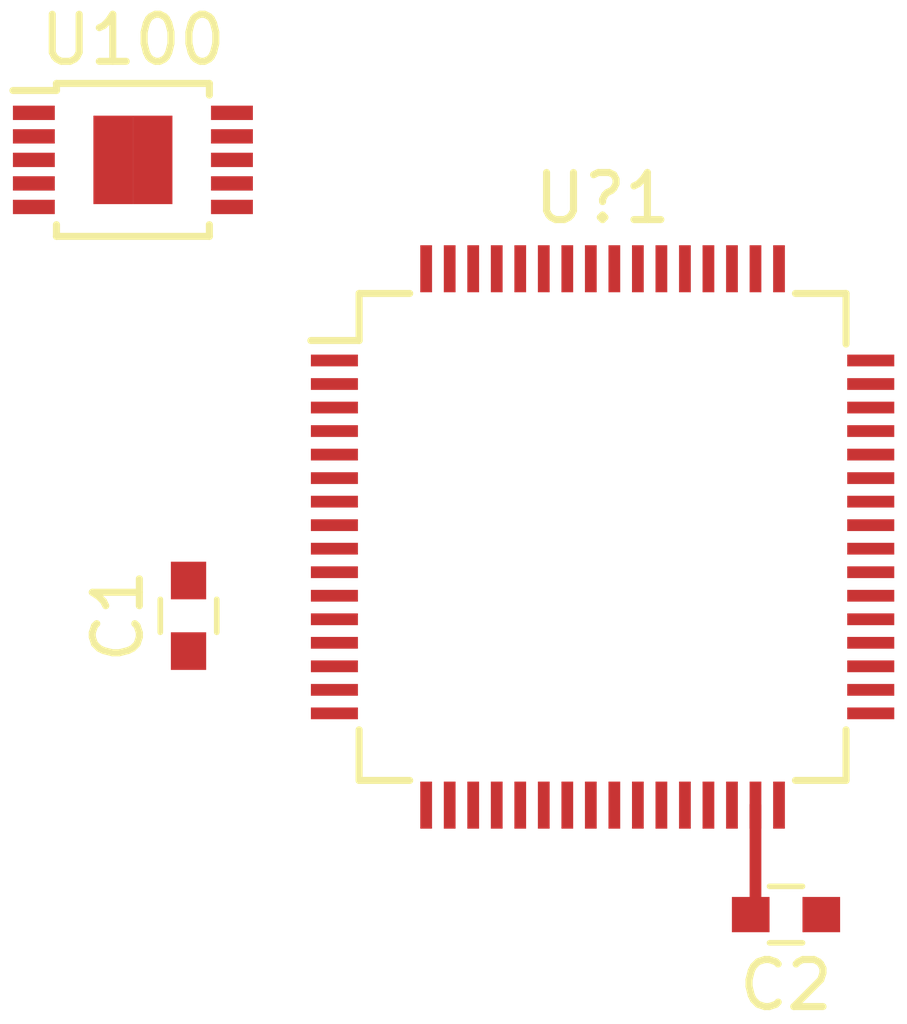
<source format=kicad_pcb>
(kicad_pcb (version 4) (host pcbnew 4.0.7)

  (general
    (links 18)
    (no_connects 10)
    (area 0 0 0 0)
    (thickness 1.6)
    (drawings 0)
    (tracks 2)
    (zones 0)
    (modules 4)
    (nets 65)
  )

  (page A4)
  (layers
    (0 F.Cu signal)
    (31 B.Cu signal)
    (32 B.Adhes user)
    (33 F.Adhes user)
    (34 B.Paste user)
    (35 F.Paste user)
    (36 B.SilkS user)
    (37 F.SilkS user)
    (38 B.Mask user)
    (39 F.Mask user)
    (40 Dwgs.User user)
    (41 Cmts.User user)
    (42 Eco1.User user)
    (43 Eco2.User user)
    (44 Edge.Cuts user)
    (45 Margin user)
    (46 B.CrtYd user)
    (47 F.CrtYd user)
    (48 B.Fab user)
    (49 F.Fab user)
  )

  (setup
    (last_trace_width 0.25)
    (trace_clearance 0.2)
    (zone_clearance 0.127)
    (zone_45_only no)
    (trace_min 0.2)
    (segment_width 0.2)
    (edge_width 0.15)
    (via_size 0.6)
    (via_drill 0.4)
    (via_min_size 0.4)
    (via_min_drill 0.3)
    (uvia_size 0.3)
    (uvia_drill 0.1)
    (uvias_allowed no)
    (uvia_min_size 0.2)
    (uvia_min_drill 0.1)
    (pcb_text_width 0.3)
    (pcb_text_size 1.5 1.5)
    (mod_edge_width 0.15)
    (mod_text_size 1 1)
    (mod_text_width 0.15)
    (pad_size 1.524 1.524)
    (pad_drill 0.762)
    (pad_to_mask_clearance 0.2)
    (aux_axis_origin 0 0)
    (visible_elements 7FFFFFFF)
    (pcbplotparams
      (layerselection 0x00030_80000001)
      (usegerberextensions false)
      (excludeedgelayer true)
      (linewidth 0.100000)
      (plotframeref false)
      (viasonmask false)
      (mode 1)
      (useauxorigin false)
      (hpglpennumber 1)
      (hpglpenspeed 20)
      (hpglpendiameter 15)
      (hpglpenoverlay 2)
      (psnegative false)
      (psa4output false)
      (plotreference true)
      (plotvalue true)
      (plotinvisibletext false)
      (padsonsilk false)
      (subtractmaskfromsilk false)
      (outputformat 1)
      (mirror false)
      (drillshape 1)
      (scaleselection 1)
      (outputdirectory ""))
  )

  (net 0 "")
  (net 1 +3V3)
  (net 2 "Net-(U?1-Pad2)")
  (net 3 "Net-(U?1-Pad3)")
  (net 4 "Net-(U?1-Pad4)")
  (net 5 "Net-(U?1-Pad5)")
  (net 6 "Net-(U?1-Pad6)")
  (net 7 "Net-(U?1-Pad7)")
  (net 8 "Net-(U?1-Pad8)")
  (net 9 "Net-(U?1-Pad9)")
  (net 10 "Net-(U?1-Pad10)")
  (net 11 "Net-(U?1-Pad11)")
  (net 12 GND)
  (net 13 "Net-(U?1-Pad14)")
  (net 14 "Net-(U?1-Pad15)")
  (net 15 "Net-(U?1-Pad16)")
  (net 16 "Net-(U?1-Pad17)")
  (net 17 "Net-(U?1-Pad20)")
  (net 18 "Net-(U?1-Pad21)")
  (net 19 "Net-(U?1-Pad22)")
  (net 20 "Net-(U?1-Pad23)")
  (net 21 "Net-(U?1-Pad24)")
  (net 22 "Net-(U?1-Pad25)")
  (net 23 "Net-(U?1-Pad26)")
  (net 24 "Net-(U?1-Pad27)")
  (net 25 "Net-(U?1-Pad28)")
  (net 26 "Net-(U?1-Pad29)")
  (net 27 "Net-(U?1-Pad30)")
  (net 28 "Net-(U?1-Pad33)")
  (net 29 "Net-(U?1-Pad34)")
  (net 30 "Net-(U?1-Pad35)")
  (net 31 "Net-(U?1-Pad36)")
  (net 32 "Net-(U?1-Pad37)")
  (net 33 "Net-(U?1-Pad38)")
  (net 34 "Net-(U?1-Pad39)")
  (net 35 "Net-(U?1-Pad40)")
  (net 36 "Net-(U?1-Pad41)")
  (net 37 "Net-(U?1-Pad42)")
  (net 38 "Net-(U?1-Pad43)")
  (net 39 "Net-(U?1-Pad44)")
  (net 40 "Net-(U?1-Pad45)")
  (net 41 "Net-(U?1-Pad46)")
  (net 42 "Net-(U?1-Pad49)")
  (net 43 "Net-(U?1-Pad50)")
  (net 44 "Net-(U?1-Pad51)")
  (net 45 "Net-(U?1-Pad52)")
  (net 46 "Net-(U?1-Pad53)")
  (net 47 "Net-(U?1-Pad54)")
  (net 48 "Net-(U?1-Pad55)")
  (net 49 "Net-(U?1-Pad56)")
  (net 50 "Net-(U?1-Pad57)")
  (net 51 "Net-(U?1-Pad58)")
  (net 52 "Net-(U?1-Pad59)")
  (net 53 "Net-(U?1-Pad60)")
  (net 54 "Net-(U?1-Pad61)")
  (net 55 "Net-(U?1-Pad62)")
  (net 56 "Net-(C103-Pad2)")
  (net 57 "Net-(C103-Pad1)")
  (net 58 "Net-(C101-Pad1)")
  (net 59 "Net-(R100-Pad1)")
  (net 60 "Net-(U100-Pad5)")
  (net 61 "Net-(C104-Pad2)")
  (net 62 "Net-(C102-Pad1)")
  (net 63 /power_supply/P_GOOD)
  (net 64 /power_supply/Vin)

  (net_class Default "This is the default net class."
    (clearance 0.2)
    (trace_width 0.25)
    (via_dia 0.6)
    (via_drill 0.4)
    (uvia_dia 0.3)
    (uvia_drill 0.1)
    (add_net +3V3)
    (add_net /power_supply/P_GOOD)
    (add_net /power_supply/Vin)
    (add_net GND)
    (add_net "Net-(C101-Pad1)")
    (add_net "Net-(C102-Pad1)")
    (add_net "Net-(C103-Pad1)")
    (add_net "Net-(C103-Pad2)")
    (add_net "Net-(C104-Pad2)")
    (add_net "Net-(R100-Pad1)")
    (add_net "Net-(U100-Pad5)")
    (add_net "Net-(U?1-Pad10)")
    (add_net "Net-(U?1-Pad11)")
    (add_net "Net-(U?1-Pad14)")
    (add_net "Net-(U?1-Pad15)")
    (add_net "Net-(U?1-Pad16)")
    (add_net "Net-(U?1-Pad17)")
    (add_net "Net-(U?1-Pad2)")
    (add_net "Net-(U?1-Pad20)")
    (add_net "Net-(U?1-Pad21)")
    (add_net "Net-(U?1-Pad22)")
    (add_net "Net-(U?1-Pad23)")
    (add_net "Net-(U?1-Pad24)")
    (add_net "Net-(U?1-Pad25)")
    (add_net "Net-(U?1-Pad26)")
    (add_net "Net-(U?1-Pad27)")
    (add_net "Net-(U?1-Pad28)")
    (add_net "Net-(U?1-Pad29)")
    (add_net "Net-(U?1-Pad3)")
    (add_net "Net-(U?1-Pad30)")
    (add_net "Net-(U?1-Pad33)")
    (add_net "Net-(U?1-Pad34)")
    (add_net "Net-(U?1-Pad35)")
    (add_net "Net-(U?1-Pad36)")
    (add_net "Net-(U?1-Pad37)")
    (add_net "Net-(U?1-Pad38)")
    (add_net "Net-(U?1-Pad39)")
    (add_net "Net-(U?1-Pad4)")
    (add_net "Net-(U?1-Pad40)")
    (add_net "Net-(U?1-Pad41)")
    (add_net "Net-(U?1-Pad42)")
    (add_net "Net-(U?1-Pad43)")
    (add_net "Net-(U?1-Pad44)")
    (add_net "Net-(U?1-Pad45)")
    (add_net "Net-(U?1-Pad46)")
    (add_net "Net-(U?1-Pad49)")
    (add_net "Net-(U?1-Pad5)")
    (add_net "Net-(U?1-Pad50)")
    (add_net "Net-(U?1-Pad51)")
    (add_net "Net-(U?1-Pad52)")
    (add_net "Net-(U?1-Pad53)")
    (add_net "Net-(U?1-Pad54)")
    (add_net "Net-(U?1-Pad55)")
    (add_net "Net-(U?1-Pad56)")
    (add_net "Net-(U?1-Pad57)")
    (add_net "Net-(U?1-Pad58)")
    (add_net "Net-(U?1-Pad59)")
    (add_net "Net-(U?1-Pad6)")
    (add_net "Net-(U?1-Pad60)")
    (add_net "Net-(U?1-Pad61)")
    (add_net "Net-(U?1-Pad62)")
    (add_net "Net-(U?1-Pad7)")
    (add_net "Net-(U?1-Pad8)")
    (add_net "Net-(U?1-Pad9)")
  )

  (module Housings_QFP:LQFP-64_10x10mm_Pitch0.5mm (layer F.Cu) (tedit 58CC9A47) (tstamp 5B2EA695)
    (at 148.5011 105.0036)
    (descr "64 LEAD LQFP 10x10mm (see MICREL LQFP10x10-64LD-PL-1.pdf)")
    (tags "QFP 0.5")
    (path /5B2EA425)
    (attr smd)
    (fp_text reference U?1 (at 0 -7.2) (layer F.SilkS)
      (effects (font (size 1 1) (thickness 0.15)))
    )
    (fp_text value STM32F107xx (at 0 7.2) (layer F.Fab)
      (effects (font (size 1 1) (thickness 0.15)))
    )
    (fp_text user %R (at 0 0) (layer F.Fab)
      (effects (font (size 1 1) (thickness 0.15)))
    )
    (fp_line (start -4 -5) (end 5 -5) (layer F.Fab) (width 0.15))
    (fp_line (start 5 -5) (end 5 5) (layer F.Fab) (width 0.15))
    (fp_line (start 5 5) (end -5 5) (layer F.Fab) (width 0.15))
    (fp_line (start -5 5) (end -5 -4) (layer F.Fab) (width 0.15))
    (fp_line (start -5 -4) (end -4 -5) (layer F.Fab) (width 0.15))
    (fp_line (start -6.45 -6.45) (end -6.45 6.45) (layer F.CrtYd) (width 0.05))
    (fp_line (start 6.45 -6.45) (end 6.45 6.45) (layer F.CrtYd) (width 0.05))
    (fp_line (start -6.45 -6.45) (end 6.45 -6.45) (layer F.CrtYd) (width 0.05))
    (fp_line (start -6.45 6.45) (end 6.45 6.45) (layer F.CrtYd) (width 0.05))
    (fp_line (start -5.175 -5.175) (end -5.175 -4.175) (layer F.SilkS) (width 0.15))
    (fp_line (start 5.175 -5.175) (end 5.175 -4.1) (layer F.SilkS) (width 0.15))
    (fp_line (start 5.175 5.175) (end 5.175 4.1) (layer F.SilkS) (width 0.15))
    (fp_line (start -5.175 5.175) (end -5.175 4.1) (layer F.SilkS) (width 0.15))
    (fp_line (start -5.175 -5.175) (end -4.1 -5.175) (layer F.SilkS) (width 0.15))
    (fp_line (start -5.175 5.175) (end -4.1 5.175) (layer F.SilkS) (width 0.15))
    (fp_line (start 5.175 5.175) (end 4.1 5.175) (layer F.SilkS) (width 0.15))
    (fp_line (start 5.175 -5.175) (end 4.1 -5.175) (layer F.SilkS) (width 0.15))
    (fp_line (start -5.175 -4.175) (end -6.2 -4.175) (layer F.SilkS) (width 0.15))
    (pad 1 smd rect (at -5.7 -3.75) (size 1 0.25) (layers F.Cu F.Paste F.Mask)
      (net 1 +3V3))
    (pad 2 smd rect (at -5.7 -3.25) (size 1 0.25) (layers F.Cu F.Paste F.Mask)
      (net 2 "Net-(U?1-Pad2)"))
    (pad 3 smd rect (at -5.7 -2.75) (size 1 0.25) (layers F.Cu F.Paste F.Mask)
      (net 3 "Net-(U?1-Pad3)"))
    (pad 4 smd rect (at -5.7 -2.25) (size 1 0.25) (layers F.Cu F.Paste F.Mask)
      (net 4 "Net-(U?1-Pad4)"))
    (pad 5 smd rect (at -5.7 -1.75) (size 1 0.25) (layers F.Cu F.Paste F.Mask)
      (net 5 "Net-(U?1-Pad5)"))
    (pad 6 smd rect (at -5.7 -1.25) (size 1 0.25) (layers F.Cu F.Paste F.Mask)
      (net 6 "Net-(U?1-Pad6)"))
    (pad 7 smd rect (at -5.7 -0.75) (size 1 0.25) (layers F.Cu F.Paste F.Mask)
      (net 7 "Net-(U?1-Pad7)"))
    (pad 8 smd rect (at -5.7 -0.25) (size 1 0.25) (layers F.Cu F.Paste F.Mask)
      (net 8 "Net-(U?1-Pad8)"))
    (pad 9 smd rect (at -5.7 0.25) (size 1 0.25) (layers F.Cu F.Paste F.Mask)
      (net 9 "Net-(U?1-Pad9)"))
    (pad 10 smd rect (at -5.7 0.75) (size 1 0.25) (layers F.Cu F.Paste F.Mask)
      (net 10 "Net-(U?1-Pad10)"))
    (pad 11 smd rect (at -5.7 1.25) (size 1 0.25) (layers F.Cu F.Paste F.Mask)
      (net 11 "Net-(U?1-Pad11)"))
    (pad 12 smd rect (at -5.7 1.75) (size 1 0.25) (layers F.Cu F.Paste F.Mask)
      (net 12 GND))
    (pad 13 smd rect (at -5.7 2.25) (size 1 0.25) (layers F.Cu F.Paste F.Mask)
      (net 1 +3V3))
    (pad 14 smd rect (at -5.7 2.75) (size 1 0.25) (layers F.Cu F.Paste F.Mask)
      (net 13 "Net-(U?1-Pad14)"))
    (pad 15 smd rect (at -5.7 3.25) (size 1 0.25) (layers F.Cu F.Paste F.Mask)
      (net 14 "Net-(U?1-Pad15)"))
    (pad 16 smd rect (at -5.7 3.75) (size 1 0.25) (layers F.Cu F.Paste F.Mask)
      (net 15 "Net-(U?1-Pad16)"))
    (pad 17 smd rect (at -3.75 5.7 90) (size 1 0.25) (layers F.Cu F.Paste F.Mask)
      (net 16 "Net-(U?1-Pad17)"))
    (pad 18 smd rect (at -3.25 5.7 90) (size 1 0.25) (layers F.Cu F.Paste F.Mask)
      (net 12 GND))
    (pad 19 smd rect (at -2.75 5.7 90) (size 1 0.25) (layers F.Cu F.Paste F.Mask)
      (net 1 +3V3))
    (pad 20 smd rect (at -2.25 5.7 90) (size 1 0.25) (layers F.Cu F.Paste F.Mask)
      (net 17 "Net-(U?1-Pad20)"))
    (pad 21 smd rect (at -1.75 5.7 90) (size 1 0.25) (layers F.Cu F.Paste F.Mask)
      (net 18 "Net-(U?1-Pad21)"))
    (pad 22 smd rect (at -1.25 5.7 90) (size 1 0.25) (layers F.Cu F.Paste F.Mask)
      (net 19 "Net-(U?1-Pad22)"))
    (pad 23 smd rect (at -0.75 5.7 90) (size 1 0.25) (layers F.Cu F.Paste F.Mask)
      (net 20 "Net-(U?1-Pad23)"))
    (pad 24 smd rect (at -0.25 5.7 90) (size 1 0.25) (layers F.Cu F.Paste F.Mask)
      (net 21 "Net-(U?1-Pad24)"))
    (pad 25 smd rect (at 0.25 5.7 90) (size 1 0.25) (layers F.Cu F.Paste F.Mask)
      (net 22 "Net-(U?1-Pad25)"))
    (pad 26 smd rect (at 0.75 5.7 90) (size 1 0.25) (layers F.Cu F.Paste F.Mask)
      (net 23 "Net-(U?1-Pad26)"))
    (pad 27 smd rect (at 1.25 5.7 90) (size 1 0.25) (layers F.Cu F.Paste F.Mask)
      (net 24 "Net-(U?1-Pad27)"))
    (pad 28 smd rect (at 1.75 5.7 90) (size 1 0.25) (layers F.Cu F.Paste F.Mask)
      (net 25 "Net-(U?1-Pad28)"))
    (pad 29 smd rect (at 2.25 5.7 90) (size 1 0.25) (layers F.Cu F.Paste F.Mask)
      (net 26 "Net-(U?1-Pad29)"))
    (pad 30 smd rect (at 2.75 5.7 90) (size 1 0.25) (layers F.Cu F.Paste F.Mask)
      (net 27 "Net-(U?1-Pad30)"))
    (pad 31 smd rect (at 3.25 5.7 90) (size 1 0.25) (layers F.Cu F.Paste F.Mask)
      (net 12 GND))
    (pad 32 smd rect (at 3.75 5.7 90) (size 1 0.25) (layers F.Cu F.Paste F.Mask)
      (net 1 +3V3))
    (pad 33 smd rect (at 5.7 3.75) (size 1 0.25) (layers F.Cu F.Paste F.Mask)
      (net 28 "Net-(U?1-Pad33)"))
    (pad 34 smd rect (at 5.7 3.25) (size 1 0.25) (layers F.Cu F.Paste F.Mask)
      (net 29 "Net-(U?1-Pad34)"))
    (pad 35 smd rect (at 5.7 2.75) (size 1 0.25) (layers F.Cu F.Paste F.Mask)
      (net 30 "Net-(U?1-Pad35)"))
    (pad 36 smd rect (at 5.7 2.25) (size 1 0.25) (layers F.Cu F.Paste F.Mask)
      (net 31 "Net-(U?1-Pad36)"))
    (pad 37 smd rect (at 5.7 1.75) (size 1 0.25) (layers F.Cu F.Paste F.Mask)
      (net 32 "Net-(U?1-Pad37)"))
    (pad 38 smd rect (at 5.7 1.25) (size 1 0.25) (layers F.Cu F.Paste F.Mask)
      (net 33 "Net-(U?1-Pad38)"))
    (pad 39 smd rect (at 5.7 0.75) (size 1 0.25) (layers F.Cu F.Paste F.Mask)
      (net 34 "Net-(U?1-Pad39)"))
    (pad 40 smd rect (at 5.7 0.25) (size 1 0.25) (layers F.Cu F.Paste F.Mask)
      (net 35 "Net-(U?1-Pad40)"))
    (pad 41 smd rect (at 5.7 -0.25) (size 1 0.25) (layers F.Cu F.Paste F.Mask)
      (net 36 "Net-(U?1-Pad41)"))
    (pad 42 smd rect (at 5.7 -0.75) (size 1 0.25) (layers F.Cu F.Paste F.Mask)
      (net 37 "Net-(U?1-Pad42)"))
    (pad 43 smd rect (at 5.7 -1.25) (size 1 0.25) (layers F.Cu F.Paste F.Mask)
      (net 38 "Net-(U?1-Pad43)"))
    (pad 44 smd rect (at 5.7 -1.75) (size 1 0.25) (layers F.Cu F.Paste F.Mask)
      (net 39 "Net-(U?1-Pad44)"))
    (pad 45 smd rect (at 5.7 -2.25) (size 1 0.25) (layers F.Cu F.Paste F.Mask)
      (net 40 "Net-(U?1-Pad45)"))
    (pad 46 smd rect (at 5.7 -2.75) (size 1 0.25) (layers F.Cu F.Paste F.Mask)
      (net 41 "Net-(U?1-Pad46)"))
    (pad 47 smd rect (at 5.7 -3.25) (size 1 0.25) (layers F.Cu F.Paste F.Mask)
      (net 12 GND))
    (pad 48 smd rect (at 5.7 -3.75) (size 1 0.25) (layers F.Cu F.Paste F.Mask)
      (net 1 +3V3))
    (pad 49 smd rect (at 3.75 -5.7 90) (size 1 0.25) (layers F.Cu F.Paste F.Mask)
      (net 42 "Net-(U?1-Pad49)"))
    (pad 50 smd rect (at 3.25 -5.7 90) (size 1 0.25) (layers F.Cu F.Paste F.Mask)
      (net 43 "Net-(U?1-Pad50)"))
    (pad 51 smd rect (at 2.75 -5.7 90) (size 1 0.25) (layers F.Cu F.Paste F.Mask)
      (net 44 "Net-(U?1-Pad51)"))
    (pad 52 smd rect (at 2.25 -5.7 90) (size 1 0.25) (layers F.Cu F.Paste F.Mask)
      (net 45 "Net-(U?1-Pad52)"))
    (pad 53 smd rect (at 1.75 -5.7 90) (size 1 0.25) (layers F.Cu F.Paste F.Mask)
      (net 46 "Net-(U?1-Pad53)"))
    (pad 54 smd rect (at 1.25 -5.7 90) (size 1 0.25) (layers F.Cu F.Paste F.Mask)
      (net 47 "Net-(U?1-Pad54)"))
    (pad 55 smd rect (at 0.75 -5.7 90) (size 1 0.25) (layers F.Cu F.Paste F.Mask)
      (net 48 "Net-(U?1-Pad55)"))
    (pad 56 smd rect (at 0.25 -5.7 90) (size 1 0.25) (layers F.Cu F.Paste F.Mask)
      (net 49 "Net-(U?1-Pad56)"))
    (pad 57 smd rect (at -0.25 -5.7 90) (size 1 0.25) (layers F.Cu F.Paste F.Mask)
      (net 50 "Net-(U?1-Pad57)"))
    (pad 58 smd rect (at -0.75 -5.7 90) (size 1 0.25) (layers F.Cu F.Paste F.Mask)
      (net 51 "Net-(U?1-Pad58)"))
    (pad 59 smd rect (at -1.25 -5.7 90) (size 1 0.25) (layers F.Cu F.Paste F.Mask)
      (net 52 "Net-(U?1-Pad59)"))
    (pad 60 smd rect (at -1.75 -5.7 90) (size 1 0.25) (layers F.Cu F.Paste F.Mask)
      (net 53 "Net-(U?1-Pad60)"))
    (pad 61 smd rect (at -2.25 -5.7 90) (size 1 0.25) (layers F.Cu F.Paste F.Mask)
      (net 54 "Net-(U?1-Pad61)"))
    (pad 62 smd rect (at -2.75 -5.7 90) (size 1 0.25) (layers F.Cu F.Paste F.Mask)
      (net 55 "Net-(U?1-Pad62)"))
    (pad 63 smd rect (at -3.25 -5.7 90) (size 1 0.25) (layers F.Cu F.Paste F.Mask)
      (net 12 GND))
    (pad 64 smd rect (at -3.75 -5.7 90) (size 1 0.25) (layers F.Cu F.Paste F.Mask)
      (net 1 +3V3))
    (model ${KISYS3DMOD}/Housings_QFP.3dshapes/LQFP-64_10x10mm_Pitch0.5mm.wrl
      (at (xyz 0 0 0))
      (scale (xyz 1 1 1))
      (rotate (xyz 0 0 0))
    )
  )

  (module Capacitors_SMD:C_0603 (layer F.Cu) (tedit 59958EE7) (tstamp 5B2EA6B7)
    (at 139.7 106.68 90)
    (descr "Capacitor SMD 0603, reflow soldering, AVX (see smccp.pdf)")
    (tags "capacitor 0603")
    (path /5B2EA655)
    (attr smd)
    (fp_text reference C1 (at 0 -1.5 90) (layer F.SilkS)
      (effects (font (size 1 1) (thickness 0.15)))
    )
    (fp_text value C (at 0 1.5 90) (layer F.Fab)
      (effects (font (size 1 1) (thickness 0.15)))
    )
    (fp_line (start 1.4 0.65) (end -1.4 0.65) (layer F.CrtYd) (width 0.05))
    (fp_line (start 1.4 0.65) (end 1.4 -0.65) (layer F.CrtYd) (width 0.05))
    (fp_line (start -1.4 -0.65) (end -1.4 0.65) (layer F.CrtYd) (width 0.05))
    (fp_line (start -1.4 -0.65) (end 1.4 -0.65) (layer F.CrtYd) (width 0.05))
    (fp_line (start 0.35 0.6) (end -0.35 0.6) (layer F.SilkS) (width 0.12))
    (fp_line (start -0.35 -0.6) (end 0.35 -0.6) (layer F.SilkS) (width 0.12))
    (fp_line (start -0.8 -0.4) (end 0.8 -0.4) (layer F.Fab) (width 0.1))
    (fp_line (start 0.8 -0.4) (end 0.8 0.4) (layer F.Fab) (width 0.1))
    (fp_line (start 0.8 0.4) (end -0.8 0.4) (layer F.Fab) (width 0.1))
    (fp_line (start -0.8 0.4) (end -0.8 -0.4) (layer F.Fab) (width 0.1))
    (fp_text user %R (at 0 0 90) (layer F.Fab)
      (effects (font (size 0.3 0.3) (thickness 0.075)))
    )
    (pad 2 smd rect (at 0.75 0 90) (size 0.8 0.75) (layers F.Cu F.Paste F.Mask)
      (net 12 GND))
    (pad 1 smd rect (at -0.75 0 90) (size 0.8 0.75) (layers F.Cu F.Paste F.Mask)
      (net 1 +3V3))
    (model Capacitors_SMD.3dshapes/C_0603.wrl
      (at (xyz 0 0 0))
      (scale (xyz 1 1 1))
      (rotate (xyz 0 0 0))
    )
  )

  (module Capacitors_SMD:C_0603 (layer F.Cu) (tedit 59958EE7) (tstamp 5B2EA6C8)
    (at 152.4 113.03 180)
    (descr "Capacitor SMD 0603, reflow soldering, AVX (see smccp.pdf)")
    (tags "capacitor 0603")
    (path /5B2EA728)
    (attr smd)
    (fp_text reference C2 (at 0 -1.5 180) (layer F.SilkS)
      (effects (font (size 1 1) (thickness 0.15)))
    )
    (fp_text value C (at 0 1.5 180) (layer F.Fab)
      (effects (font (size 1 1) (thickness 0.15)))
    )
    (fp_line (start 1.4 0.65) (end -1.4 0.65) (layer F.CrtYd) (width 0.05))
    (fp_line (start 1.4 0.65) (end 1.4 -0.65) (layer F.CrtYd) (width 0.05))
    (fp_line (start -1.4 -0.65) (end -1.4 0.65) (layer F.CrtYd) (width 0.05))
    (fp_line (start -1.4 -0.65) (end 1.4 -0.65) (layer F.CrtYd) (width 0.05))
    (fp_line (start 0.35 0.6) (end -0.35 0.6) (layer F.SilkS) (width 0.12))
    (fp_line (start -0.35 -0.6) (end 0.35 -0.6) (layer F.SilkS) (width 0.12))
    (fp_line (start -0.8 -0.4) (end 0.8 -0.4) (layer F.Fab) (width 0.1))
    (fp_line (start 0.8 -0.4) (end 0.8 0.4) (layer F.Fab) (width 0.1))
    (fp_line (start 0.8 0.4) (end -0.8 0.4) (layer F.Fab) (width 0.1))
    (fp_line (start -0.8 0.4) (end -0.8 -0.4) (layer F.Fab) (width 0.1))
    (fp_text user %R (at 0 0 180) (layer F.Fab)
      (effects (font (size 0.3 0.3) (thickness 0.075)))
    )
    (pad 2 smd rect (at 0.75 0 180) (size 0.8 0.75) (layers F.Cu F.Paste F.Mask)
      (net 12 GND))
    (pad 1 smd rect (at -0.75 0 180) (size 0.8 0.75) (layers F.Cu F.Paste F.Mask)
      (net 1 +3V3))
    (model Capacitors_SMD.3dshapes/C_0603.wrl
      (at (xyz 0 0 0))
      (scale (xyz 1 1 1))
      (rotate (xyz 0 0 0))
    )
  )

  (module Housings_SSOP:MSOP-10-1EP_3x3mm_Pitch0.5mm (layer F.Cu) (tedit 57AFAE31) (tstamp 5B3308DF)
    (at 138.518 96.99)
    (descr "MSE Package; 10-Lead Plastic MSOP, Exposed Die Pad (see Linear Technology 05081664_I_MSE.pdf)")
    (tags "SSOP 0.5")
    (path /5B32FDCD/5B330245)
    (attr smd)
    (fp_text reference U100 (at 0 -2.55) (layer F.SilkS)
      (effects (font (size 1 1) (thickness 0.15)))
    )
    (fp_text value LT8609 (at 0 2.55) (layer F.Fab)
      (effects (font (size 1 1) (thickness 0.15)))
    )
    (fp_line (start -0.5 -1.5) (end 1.5 -1.5) (layer F.Fab) (width 0.15))
    (fp_line (start 1.5 -1.5) (end 1.5 1.5) (layer F.Fab) (width 0.15))
    (fp_line (start 1.5 1.5) (end -1.5 1.5) (layer F.Fab) (width 0.15))
    (fp_line (start -1.5 1.5) (end -1.5 -0.5) (layer F.Fab) (width 0.15))
    (fp_line (start -1.5 -0.5) (end -0.5 -1.5) (layer F.Fab) (width 0.15))
    (fp_line (start -2.8 -1.8) (end -2.8 1.8) (layer F.CrtYd) (width 0.05))
    (fp_line (start 2.8 -1.8) (end 2.8 1.8) (layer F.CrtYd) (width 0.05))
    (fp_line (start -2.8 -1.8) (end 2.8 -1.8) (layer F.CrtYd) (width 0.05))
    (fp_line (start -2.8 1.8) (end 2.8 1.8) (layer F.CrtYd) (width 0.05))
    (fp_line (start -1.625 -1.625) (end -1.625 -1.475) (layer F.SilkS) (width 0.15))
    (fp_line (start 1.625 -1.625) (end 1.625 -1.3775) (layer F.SilkS) (width 0.15))
    (fp_line (start 1.625 1.625) (end 1.625 1.3775) (layer F.SilkS) (width 0.15))
    (fp_line (start -1.625 1.625) (end -1.625 1.3775) (layer F.SilkS) (width 0.15))
    (fp_line (start -1.625 -1.625) (end 1.625 -1.625) (layer F.SilkS) (width 0.15))
    (fp_line (start -1.625 1.625) (end 1.625 1.625) (layer F.SilkS) (width 0.15))
    (fp_line (start -1.625 -1.475) (end -2.55 -1.475) (layer F.SilkS) (width 0.15))
    (fp_text user %R (at 0 0) (layer F.Fab)
      (effects (font (size 0.6 0.6) (thickness 0.15)))
    )
    (pad 1 smd rect (at -2.105 -1) (size 0.89 0.305) (layers F.Cu F.Paste F.Mask)
      (net 56 "Net-(C103-Pad2)"))
    (pad 2 smd rect (at -2.105 -0.5) (size 0.89 0.305) (layers F.Cu F.Paste F.Mask)
      (net 57 "Net-(C103-Pad1)"))
    (pad 3 smd rect (at -2.105 0) (size 0.89 0.305) (layers F.Cu F.Paste F.Mask)
      (net 58 "Net-(C101-Pad1)"))
    (pad 4 smd rect (at -2.105 0.5) (size 0.89 0.305) (layers F.Cu F.Paste F.Mask)
      (net 59 "Net-(R100-Pad1)"))
    (pad 5 smd rect (at -2.105 1) (size 0.89 0.305) (layers F.Cu F.Paste F.Mask)
      (net 60 "Net-(U100-Pad5)"))
    (pad 6 smd rect (at 2.105 1) (size 0.89 0.305) (layers F.Cu F.Paste F.Mask)
      (net 61 "Net-(C104-Pad2)"))
    (pad 7 smd rect (at 2.105 0.5) (size 0.89 0.305) (layers F.Cu F.Paste F.Mask)
      (net 62 "Net-(C102-Pad1)"))
    (pad 8 smd rect (at 2.105 0) (size 0.89 0.305) (layers F.Cu F.Paste F.Mask)
      (net 63 /power_supply/P_GOOD))
    (pad 9 smd rect (at 2.105 -0.5) (size 0.89 0.305) (layers F.Cu F.Paste F.Mask)
      (net 64 /power_supply/Vin))
    (pad 10 smd rect (at 2.105 -1) (size 0.89 0.305) (layers F.Cu F.Paste F.Mask)
      (net 64 /power_supply/Vin))
    (pad 11 smd rect (at 0.42 0.47) (size 0.84 0.94) (layers F.Cu F.Paste F.Mask)
      (net 12 GND) (solder_paste_margin_ratio -0.2))
    (pad 11 smd rect (at 0.42 -0.47) (size 0.84 0.94) (layers F.Cu F.Paste F.Mask)
      (net 12 GND) (solder_paste_margin_ratio -0.2))
    (pad 11 smd rect (at -0.42 0.47) (size 0.84 0.94) (layers F.Cu F.Paste F.Mask)
      (net 12 GND) (solder_paste_margin_ratio -0.2))
    (pad 11 smd rect (at -0.42 -0.47) (size 0.84 0.94) (layers F.Cu F.Paste F.Mask)
      (net 12 GND) (solder_paste_margin_ratio -0.2))
    (model ${KISYS3DMOD}/Housings_SSOP.3dshapes/MSOP-10-1EP_3x3mm_Pitch0.5mm.wrl
      (at (xyz 0 0 0))
      (scale (xyz 1 1 1))
      (rotate (xyz 0 0 0))
    )
  )

  (segment (start 151.7511 110.7036) (end 151.7511 112.9289) (width 0.25) (layer F.Cu) (net 12))
  (segment (start 151.7511 112.9289) (end 151.65 113.03) (width 0.25) (layer F.Cu) (net 12) (tstamp 5B2EA736))

)

</source>
